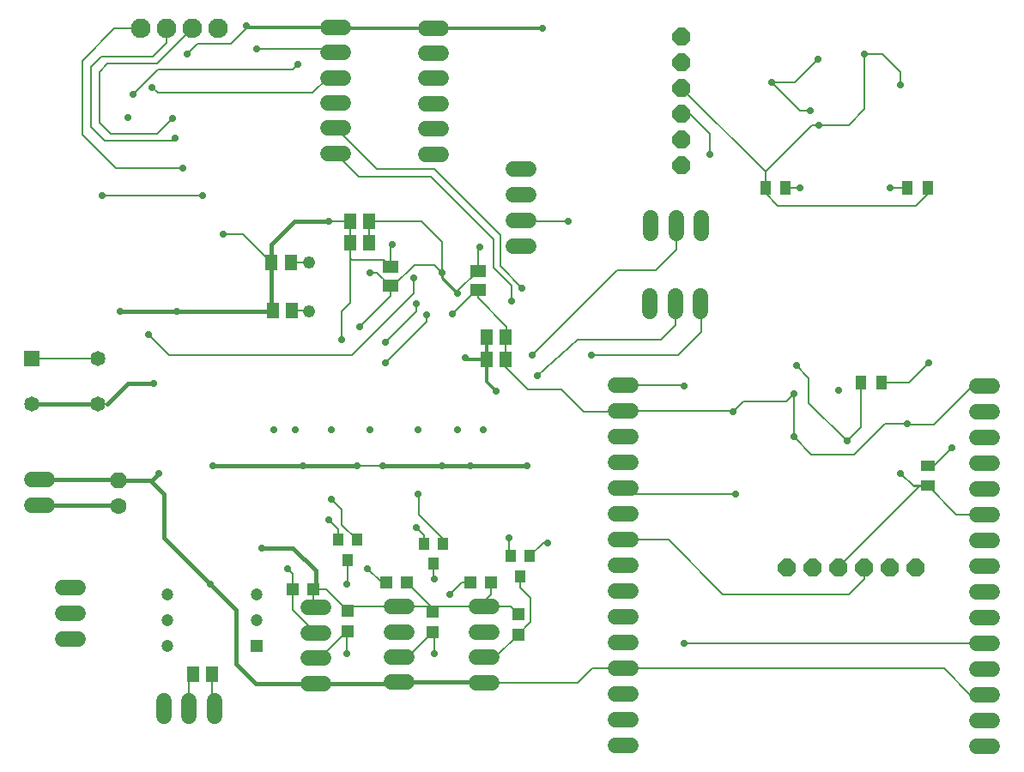
<source format=gbr>
G04 EAGLE Gerber RS-274X export*
G75*
%MOMM*%
%FSLAX34Y34*%
%LPD*%
%INBottom Copper*%
%IPPOS*%
%AMOC8*
5,1,8,0,0,1.08239X$1,22.5*%
G01*
%ADD10R,1.100000X1.400000*%
%ADD11R,1.400000X1.100000*%
%ADD12P,1.924489X8X112.500000*%
%ADD13C,1.930400*%
%ADD14C,1.524000*%
%ADD15P,1.924489X8X22.500000*%
%ADD16C,1.219200*%
%ADD17R,1.300000X1.500000*%
%ADD18R,1.500000X1.300000*%
%ADD19C,1.485000*%
%ADD20R,1.485000X1.485000*%
%ADD21R,1.200000X1.200000*%
%ADD22C,1.200000*%
%ADD23C,1.500000*%
%ADD24P,1.732040X8X112.500000*%
%ADD25C,1.600200*%
%ADD26R,1.300000X1.200000*%
%ADD27R,1.200000X1.300000*%
%ADD28R,1.000000X1.200000*%
%ADD29C,0.705600*%
%ADD30C,0.203200*%
%ADD31C,0.406400*%
%ADD32C,0.304800*%
%ADD33C,0.254000*%


D10*
X865560Y379140D03*
X885560Y379140D03*
D11*
X931440Y277160D03*
X931440Y297160D03*
D12*
X792260Y195860D03*
X817660Y195860D03*
X843060Y195860D03*
X868460Y195860D03*
X893860Y195860D03*
X919260Y195860D03*
D13*
X154900Y729000D03*
X180300Y729000D03*
X205700Y729000D03*
X231100Y729000D03*
D14*
X979410Y376080D02*
X994650Y376080D01*
X994650Y350680D02*
X979410Y350680D01*
X979410Y325280D02*
X994650Y325280D01*
X994650Y299880D02*
X979410Y299880D01*
X979410Y274480D02*
X994650Y274480D01*
X994650Y249080D02*
X979410Y249080D01*
X979410Y223680D02*
X994650Y223680D01*
X994650Y198280D02*
X979410Y198280D01*
X979410Y172880D02*
X994650Y172880D01*
X994650Y147480D02*
X979410Y147480D01*
X979410Y122080D02*
X994650Y122080D01*
X994650Y96680D02*
X979410Y96680D01*
X979410Y71280D02*
X994650Y71280D01*
X994650Y45880D02*
X979410Y45880D01*
X979410Y20480D02*
X994650Y20480D01*
X638288Y376334D02*
X623048Y376334D01*
X623048Y350934D02*
X638288Y350934D01*
X638288Y325534D02*
X623048Y325534D01*
X623048Y300134D02*
X638288Y300134D01*
X638288Y274734D02*
X623048Y274734D01*
X623048Y249334D02*
X638288Y249334D01*
X638288Y223934D02*
X623048Y223934D01*
X623048Y198534D02*
X638288Y198534D01*
X638288Y173134D02*
X623048Y173134D01*
X623048Y147734D02*
X638288Y147734D01*
X638288Y122334D02*
X623048Y122334D01*
X623048Y96934D02*
X638288Y96934D01*
X638288Y71534D02*
X623048Y71534D01*
X623048Y46134D02*
X638288Y46134D01*
X638288Y20734D02*
X623048Y20734D01*
D10*
X931160Y570960D03*
X911160Y570960D03*
X770920Y570960D03*
X790920Y570960D03*
D15*
X688620Y720300D03*
X688620Y694900D03*
X688620Y669500D03*
X688620Y644100D03*
X688620Y618700D03*
X688620Y593300D03*
D14*
X451360Y654474D02*
X436120Y654474D01*
X436120Y629582D02*
X451360Y629582D01*
X451360Y604690D02*
X436120Y604690D01*
X436120Y679366D02*
X451360Y679366D01*
X451360Y704258D02*
X436120Y704258D01*
X436120Y729150D02*
X451360Y729150D01*
X354600Y680046D02*
X339360Y680046D01*
X339360Y704938D02*
X354600Y704938D01*
X354600Y729830D02*
X339360Y729830D01*
X339360Y655154D02*
X354600Y655154D01*
X354600Y630262D02*
X339360Y630262D01*
X339360Y605370D02*
X354600Y605370D01*
X485900Y132946D02*
X501140Y132946D01*
X501140Y108054D02*
X485900Y108054D01*
X485900Y83162D02*
X501140Y83162D01*
X501140Y157838D02*
X485900Y157838D01*
X417360Y133046D02*
X402120Y133046D01*
X402120Y108154D02*
X417360Y108154D01*
X417360Y83262D02*
X402120Y83262D01*
X402120Y157938D02*
X417360Y157938D01*
X657328Y449110D02*
X657328Y464350D01*
X682220Y464350D02*
X682220Y449110D01*
X707112Y449110D02*
X707112Y464350D01*
X657948Y526500D02*
X657948Y541740D01*
X682840Y541740D02*
X682840Y526500D01*
X707732Y526500D02*
X707732Y541740D01*
D16*
X320520Y449730D03*
X320520Y497990D03*
D17*
X302870Y497650D03*
X283870Y497650D03*
X304140Y450120D03*
X285140Y450120D03*
X380340Y538150D03*
X361340Y538150D03*
D18*
X401340Y474370D03*
X401340Y493370D03*
D17*
X495960Y401880D03*
X514960Y401880D03*
D18*
X487240Y489560D03*
X487240Y470560D03*
D17*
X380340Y517060D03*
X361340Y517060D03*
X495960Y424280D03*
X514960Y424280D03*
D19*
X47640Y357940D03*
D20*
X47640Y402940D03*
D19*
X112640Y357940D03*
X112640Y402940D03*
D21*
X268960Y119440D03*
D22*
X268960Y144840D03*
X268960Y170240D03*
X180960Y170240D03*
X180960Y144840D03*
X180960Y119440D03*
D17*
X206400Y91160D03*
X225400Y91160D03*
D23*
X227440Y64960D02*
X227440Y49960D01*
X202440Y49960D02*
X202440Y64960D01*
X177440Y64960D02*
X177440Y49960D01*
D14*
X93100Y176580D02*
X77860Y176580D01*
X77860Y151180D02*
X93100Y151180D01*
X93100Y125780D02*
X77860Y125780D01*
D23*
X62620Y283320D02*
X47620Y283320D01*
X47620Y258320D02*
X62620Y258320D01*
D24*
X133140Y282580D03*
D25*
X133140Y257180D03*
D26*
X442710Y132570D03*
X442710Y152890D03*
D27*
X397020Y181580D03*
X417340Y181580D03*
D28*
X443800Y200320D03*
X453300Y220320D03*
X434300Y220320D03*
D26*
X527060Y130340D03*
X527060Y150660D03*
D27*
X480220Y181600D03*
X500540Y181600D03*
D28*
X529200Y187700D03*
X538700Y207700D03*
X519700Y207700D03*
D14*
X334880Y132106D02*
X319640Y132106D01*
X319640Y107214D02*
X334880Y107214D01*
X334880Y82322D02*
X319640Y82322D01*
X319640Y156998D02*
X334880Y156998D01*
D26*
X358560Y133820D03*
X358560Y154140D03*
D27*
X304640Y174840D03*
X324960Y174840D03*
D28*
X359020Y203780D03*
X368520Y223780D03*
X349520Y223780D03*
D14*
X522700Y513360D02*
X537940Y513360D01*
X537940Y538760D02*
X522700Y538760D01*
X522700Y564160D02*
X537940Y564160D01*
X537940Y589560D02*
X522700Y589560D01*
D29*
X142080Y640540D03*
X798820Y325660D03*
X798860Y368160D03*
D30*
X798860Y325700D01*
X798820Y325660D01*
D29*
X911400Y338160D03*
D30*
X888860Y338160D02*
X858860Y308160D01*
X888860Y338160D02*
X911400Y338160D01*
X858860Y308160D02*
X816320Y308160D01*
X798820Y325660D01*
D31*
X132400Y283320D02*
X55120Y283320D01*
D30*
X132400Y283320D02*
X133140Y282580D01*
D31*
X165740Y282580D01*
X172720Y289560D01*
D29*
X172720Y289560D03*
D30*
X165740Y282580D02*
X165740Y281300D01*
D31*
X177800Y269240D01*
X177800Y226060D01*
X223520Y180340D01*
D29*
X223520Y180340D03*
D31*
X248920Y154940D01*
X248920Y101600D01*
X268198Y82322D01*
X327260Y82322D01*
D30*
X514960Y401880D02*
X514960Y424280D01*
X361340Y517060D02*
X361340Y538150D01*
D31*
X283870Y497650D02*
X283870Y451390D01*
D30*
X285140Y450120D01*
D31*
X112640Y357940D02*
X47640Y357940D01*
D30*
X112640Y357940D02*
X121720Y357940D01*
D31*
X142240Y378460D02*
X167640Y378460D01*
X142240Y378460D02*
X121720Y357940D01*
D29*
X167640Y378460D03*
D30*
X284600Y449580D02*
X285140Y450120D01*
D29*
X190500Y449580D03*
D31*
X284600Y449580D01*
D30*
X487240Y462720D02*
X487240Y470560D01*
X487240Y462720D02*
X515620Y434340D01*
X515620Y424940D01*
X514960Y424280D01*
D29*
X462280Y447040D03*
D30*
X485800Y470560D01*
X487240Y470560D01*
X361340Y502260D02*
X361340Y517060D01*
X361340Y502260D02*
X363220Y500380D01*
X394330Y500380D02*
X401340Y493370D01*
X394330Y500380D02*
X363220Y500380D01*
X493520Y83162D02*
X586082Y83162D01*
X599854Y96934D02*
X630668Y96934D01*
X599854Y96934D02*
X586082Y83162D01*
X630668Y96934D02*
X947006Y96934D01*
X972660Y71280D02*
X987030Y71280D01*
X972660Y71280D02*
X947006Y96934D01*
D29*
X402590Y515620D03*
D30*
X401340Y514370D02*
X401340Y493370D01*
X401340Y514370D02*
X402590Y515620D01*
X361340Y502260D02*
X361340Y457860D01*
X353060Y449580D01*
X353060Y421640D01*
D29*
X353060Y421640D03*
D30*
X514960Y401880D02*
X514960Y394360D01*
X536575Y372745D01*
X569595Y372745D02*
X591820Y350520D01*
X630254Y350520D01*
X630668Y350934D01*
X569595Y372745D02*
X536575Y372745D01*
X630668Y350934D02*
X738726Y350934D01*
X739140Y350520D01*
D29*
X739140Y350520D03*
D30*
X791380Y360680D02*
X798860Y368160D01*
X791380Y360680D02*
X749300Y360680D01*
X739554Y350934D01*
X738726Y350934D01*
D29*
X815340Y647700D03*
D30*
X805180Y647700D01*
X777240Y675640D01*
D29*
X777240Y675640D03*
X822960Y698500D03*
D30*
X800100Y675640D01*
X777240Y675640D01*
X975520Y376080D02*
X987030Y376080D01*
X975520Y376080D02*
X937260Y337820D01*
X911740Y337820D01*
X911400Y338160D01*
D29*
X259080Y731520D03*
X134620Y449580D03*
D31*
X190500Y449580D01*
D29*
X200660Y703580D03*
D30*
X210820Y713740D01*
X243840Y713740D01*
D31*
X306590Y538150D02*
X283870Y515430D01*
X283870Y497650D01*
D30*
X255740Y525780D01*
X236220Y525780D01*
D29*
X236220Y525780D03*
X340360Y538480D03*
D31*
X340030Y538150D02*
X306590Y538150D01*
D30*
X340030Y538150D02*
X340360Y538480D01*
X361010Y538480D01*
X361340Y538150D01*
D31*
X327260Y82322D02*
X408800Y82322D01*
D30*
X409740Y83262D01*
D31*
X493420Y83262D01*
D30*
X493520Y83162D01*
X243840Y713740D02*
X259080Y728980D01*
X259080Y731520D01*
D32*
X260770Y729830D02*
X346980Y729830D01*
X260770Y729830D02*
X259080Y731520D01*
D29*
X551180Y728980D03*
D32*
X443910Y728980D01*
X443740Y729150D01*
X347660Y729150D01*
X346980Y729830D01*
D29*
X226060Y297180D03*
D31*
X314960Y297180D01*
X368300Y297180D01*
D30*
X393700Y297180D01*
D31*
X452120Y297180D01*
X480060Y297180D01*
X535940Y297180D01*
D29*
X314960Y297180D03*
X368300Y297180D03*
X393700Y297180D03*
X452120Y297180D03*
X535940Y297180D03*
X480060Y297180D03*
X340360Y243840D03*
D30*
X349520Y234680D01*
X349520Y223780D01*
X434300Y220320D02*
X434300Y228640D01*
X426720Y236220D01*
D29*
X426720Y236220D03*
X518160Y226060D03*
D30*
X518160Y209240D01*
X519700Y207700D01*
D32*
X495960Y401880D02*
X495960Y424280D01*
D29*
X474980Y403860D03*
D30*
X476960Y401880D01*
D32*
X495960Y401880D01*
D29*
X488950Y513080D03*
X452120Y487680D03*
D30*
X444500Y495300D01*
X424810Y495300D01*
X403880Y474370D01*
X401340Y474370D01*
D29*
X467360Y467360D03*
D33*
X452120Y482600D01*
X452120Y487680D01*
D29*
X381000Y487680D03*
D30*
X401025Y474685D02*
X401340Y474370D01*
X401025Y474685D02*
X388030Y487680D01*
X381000Y487680D01*
X380340Y517060D02*
X380340Y538150D01*
D29*
X370840Y434340D03*
D30*
X401025Y464525D01*
X401025Y474685D01*
X452120Y487680D02*
X452120Y518160D01*
X432130Y538150D01*
X380340Y538150D01*
D29*
X576580Y538480D03*
D30*
X530600Y538480D01*
X530320Y538760D01*
D29*
X505460Y370840D03*
D32*
X495960Y380340D02*
X495960Y401880D01*
X495960Y380340D02*
X505460Y370840D01*
D29*
X599440Y406400D03*
D30*
X684530Y406400D01*
X707390Y429260D01*
X707390Y456452D01*
X707112Y456730D01*
D29*
X215900Y563880D03*
D30*
X116840Y563880D01*
D29*
X116840Y563880D03*
D30*
X487240Y511370D02*
X488950Y513080D01*
X487240Y511370D02*
X487240Y489560D01*
X467360Y469680D02*
X467360Y467360D01*
X467360Y469680D02*
X487240Y489560D01*
D29*
X932180Y398780D03*
D30*
X912540Y379140D02*
X885560Y379140D01*
X912540Y379140D02*
X932180Y398780D01*
X931440Y297160D02*
X937240Y297160D01*
X955040Y314960D01*
D29*
X955040Y314960D03*
X274320Y215900D03*
D31*
X304800Y215900D01*
X327260Y193440D01*
D30*
X324960Y174840D02*
X337860Y174840D01*
X358560Y154140D01*
X362358Y157938D01*
X409740Y157938D01*
X437662Y157938D01*
X442710Y152890D01*
X444500Y152890D01*
X447790Y157970D02*
X493388Y157970D01*
X447790Y157970D02*
X442710Y152890D01*
X493388Y157970D02*
X493520Y157838D01*
X495300Y157838D01*
X519882Y157838D01*
X527060Y150660D01*
X500540Y170340D02*
X500540Y181600D01*
X495300Y165100D02*
X495300Y157838D01*
X495300Y165100D02*
X500540Y170340D01*
X444500Y154420D02*
X417340Y181580D01*
X444500Y154420D02*
X444500Y152890D01*
D31*
X327260Y177140D02*
X327260Y193440D01*
D30*
X327260Y177140D02*
X324960Y174840D01*
X324960Y159298D01*
X327260Y156998D01*
D29*
X189130Y620620D03*
D30*
X180300Y714300D02*
X180300Y729000D01*
X167000Y701000D02*
X116000Y701000D01*
X106000Y691000D01*
X106000Y631080D01*
X186590Y618080D02*
X189130Y620620D01*
X167000Y701000D02*
X180300Y714300D01*
X106000Y631080D02*
X119000Y618080D01*
X186590Y618080D01*
D29*
X196000Y591000D03*
D30*
X154900Y729000D02*
X129000Y729000D01*
X97000Y697000D01*
X97000Y624000D01*
X130000Y591000D01*
X196000Y591000D01*
D29*
X269240Y708660D03*
D30*
X343258Y708660D01*
X346980Y704938D01*
D29*
X186050Y639810D03*
D30*
X170700Y694000D02*
X205700Y729000D01*
X170700Y694000D02*
X122000Y694000D01*
X114000Y686000D01*
X114000Y636000D01*
X125000Y625000D01*
X171240Y625000D02*
X186050Y639810D01*
X171240Y625000D02*
X125000Y625000D01*
D29*
X147160Y663700D03*
X309880Y693420D03*
D30*
X304800Y688340D01*
X171800Y688340D01*
X147160Y663700D01*
D29*
X166160Y670480D03*
D30*
X171500Y665140D02*
X324454Y665140D01*
X171500Y665140D02*
X166160Y670480D01*
X339360Y680046D02*
X346980Y680046D01*
X339360Y680046D02*
X324454Y665140D01*
D29*
X894080Y571500D03*
D30*
X910620Y571500D02*
X911160Y570960D01*
X910620Y571500D02*
X894080Y571500D01*
D29*
X805180Y571500D03*
D30*
X791460Y571500D02*
X790920Y570960D01*
X791460Y571500D02*
X805180Y571500D01*
X823500Y633220D02*
X853060Y633220D01*
D29*
X823500Y633220D03*
D30*
X853060Y633220D02*
X868680Y648840D01*
X868680Y703580D01*
D29*
X868680Y703580D03*
D30*
X770920Y587200D02*
X770920Y570960D01*
X770920Y587200D02*
X688620Y669500D01*
X770920Y565880D02*
X783080Y553720D01*
X770920Y565880D02*
X770920Y570960D01*
X783080Y553720D02*
X919480Y553720D01*
X931160Y565400D01*
X931160Y570960D01*
X823500Y633220D02*
X816940Y633220D01*
X770920Y587200D01*
D29*
X904240Y673100D03*
D30*
X904240Y685800D01*
X886460Y703580D01*
X868680Y703580D01*
D29*
X342900Y264160D03*
D30*
X353060Y254000D01*
X353060Y238760D01*
X368040Y223780D01*
X368520Y223780D01*
D29*
X396240Y398780D03*
X436880Y445770D03*
D30*
X436880Y439420D01*
X396240Y398780D01*
D29*
X342900Y332740D03*
X541020Y406400D03*
D30*
X624840Y490220D01*
X662940Y490220D01*
X682840Y510120D01*
X682840Y534120D01*
X303210Y497990D02*
X302870Y497650D01*
X303210Y497990D02*
X320520Y497990D01*
X320130Y450120D02*
X320520Y449730D01*
X320130Y450120D02*
X304140Y450120D01*
D29*
X520700Y459740D03*
D30*
X520700Y474980D01*
X502920Y492760D01*
X502920Y520700D01*
X441110Y582510D01*
X369840Y582510D01*
X346980Y605370D01*
D29*
X530860Y472440D03*
D30*
X509270Y494030D01*
X509270Y524510D01*
X444158Y589622D01*
X387620Y589622D01*
X346980Y630262D01*
X225400Y91160D02*
X225400Y59500D01*
X227440Y57460D01*
X202440Y87200D02*
X206400Y91160D01*
X202440Y87200D02*
X202440Y57460D01*
D29*
X546100Y386080D03*
D30*
X586105Y421640D01*
X668020Y421640D01*
X682220Y435840D01*
X682220Y456730D01*
D29*
X842940Y371320D03*
X741680Y269240D03*
D30*
X636162Y269240D01*
X630668Y274734D01*
X868460Y195860D02*
X868460Y185200D01*
X853440Y170180D01*
X728980Y170180D01*
X675226Y223934D02*
X630668Y223934D01*
X675226Y223934D02*
X728980Y170180D01*
D29*
X716280Y604520D03*
D30*
X716280Y624840D01*
X697020Y644100D01*
X688620Y644100D01*
X112640Y402940D02*
X47640Y402940D01*
D29*
X162560Y426720D03*
X424180Y482600D03*
D30*
X363220Y406400D02*
X182880Y406400D01*
X162560Y426720D01*
X424180Y467360D02*
X424180Y482600D01*
X424180Y467360D02*
X363220Y406400D01*
D31*
X132000Y258320D02*
X55120Y258320D01*
D30*
X132000Y258320D02*
X133140Y257180D01*
D29*
X378460Y195580D03*
D30*
X392460Y181580D01*
X397020Y181580D01*
X442710Y132570D02*
X442090Y131950D01*
X418294Y108154D01*
X409740Y108154D01*
X443800Y186120D02*
X443800Y200320D01*
X443800Y186120D02*
X444500Y185420D01*
D29*
X444500Y185420D03*
X444500Y111760D03*
D30*
X444500Y129540D01*
X442090Y131950D01*
D29*
X467360Y332740D03*
D30*
X471160Y181600D02*
X480220Y181600D01*
X471160Y181600D02*
X459740Y170180D01*
D29*
X459740Y170180D03*
D30*
X504774Y108054D02*
X527060Y130340D01*
X504774Y108054D02*
X493520Y108054D01*
X529200Y176920D02*
X529200Y187700D01*
X529200Y176920D02*
X539280Y166840D01*
X539280Y142560D01*
X527060Y130340D01*
D29*
X381000Y332740D03*
X285750Y332740D03*
X299720Y195580D03*
D30*
X304640Y190660D01*
X304640Y174840D01*
X304640Y154726D01*
X327260Y132106D01*
X357480Y132740D02*
X358560Y133820D01*
X357480Y132740D02*
X331954Y107214D01*
X327260Y107214D01*
X359020Y181220D02*
X359020Y203780D01*
X359020Y181220D02*
X358140Y180340D01*
D29*
X358140Y180340D03*
X358140Y111760D03*
D30*
X358140Y132080D01*
X357480Y132740D01*
D29*
X396240Y419100D03*
X426720Y457200D03*
D30*
X426720Y449580D02*
X396240Y419100D01*
X426720Y449580D02*
X426720Y457200D01*
D29*
X307340Y332740D03*
X851360Y321160D03*
D30*
X813860Y358660D01*
X813860Y383160D02*
X801360Y395660D01*
X813860Y383160D02*
X813860Y358660D01*
D29*
X801360Y395660D03*
D30*
X865560Y379140D02*
X865560Y335360D01*
X851360Y321160D01*
D29*
X904240Y289560D03*
D30*
X916640Y277160D01*
D33*
X931440Y277160D01*
D30*
X843060Y196640D02*
X843060Y195860D01*
X923580Y277160D02*
X931440Y277160D01*
X923580Y277160D02*
X843060Y196640D01*
X690466Y376334D02*
X630668Y376334D01*
X690466Y376334D02*
X690880Y375920D01*
D29*
X690880Y375920D03*
X690880Y121920D03*
D30*
X986870Y121920D01*
X987030Y122080D01*
X959520Y249080D02*
X931440Y277160D01*
X959520Y249080D02*
X987030Y249080D01*
D29*
X427990Y269240D03*
D30*
X429260Y267970D01*
X429260Y248920D01*
X453300Y224880D02*
X453300Y220320D01*
X453300Y224880D02*
X429260Y248920D01*
D29*
X427990Y332740D03*
X556260Y220980D03*
D30*
X551980Y220980D01*
X538700Y207700D01*
D29*
X492760Y332740D03*
M02*

</source>
